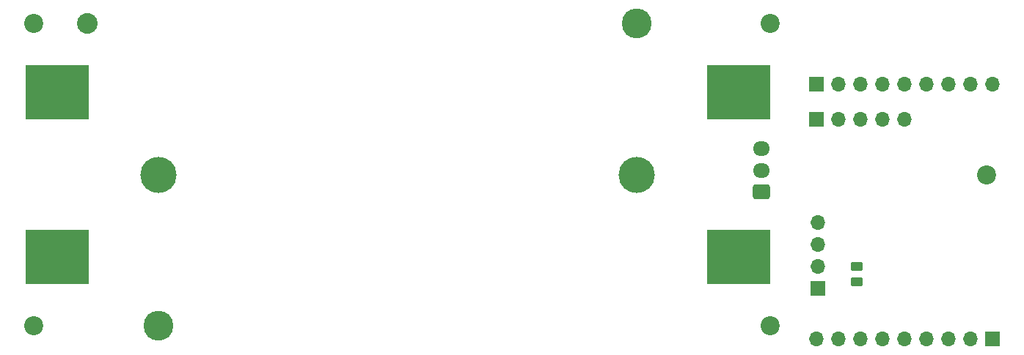
<source format=gbr>
%TF.GenerationSoftware,KiCad,Pcbnew,7.0.7*%
%TF.CreationDate,2024-02-15T18:40:13-05:00*%
%TF.ProjectId,LVPD-board,4c565044-2d62-46f6-9172-642e6b696361,rev?*%
%TF.SameCoordinates,Original*%
%TF.FileFunction,Soldermask,Top*%
%TF.FilePolarity,Negative*%
%FSLAX46Y46*%
G04 Gerber Fmt 4.6, Leading zero omitted, Abs format (unit mm)*
G04 Created by KiCad (PCBNEW 7.0.7) date 2024-02-15 18:40:13*
%MOMM*%
%LPD*%
G01*
G04 APERTURE LIST*
G04 Aperture macros list*
%AMRoundRect*
0 Rectangle with rounded corners*
0 $1 Rounding radius*
0 $2 $3 $4 $5 $6 $7 $8 $9 X,Y pos of 4 corners*
0 Add a 4 corners polygon primitive as box body*
4,1,4,$2,$3,$4,$5,$6,$7,$8,$9,$2,$3,0*
0 Add four circle primitives for the rounded corners*
1,1,$1+$1,$2,$3*
1,1,$1+$1,$4,$5*
1,1,$1+$1,$6,$7*
1,1,$1+$1,$8,$9*
0 Add four rect primitives between the rounded corners*
20,1,$1+$1,$2,$3,$4,$5,0*
20,1,$1+$1,$4,$5,$6,$7,0*
20,1,$1+$1,$6,$7,$8,$9,0*
20,1,$1+$1,$8,$9,$2,$3,0*%
G04 Aperture macros list end*
%ADD10C,2.200000*%
%ADD11R,1.700000X1.700000*%
%ADD12O,1.700000X1.700000*%
%ADD13RoundRect,0.250000X0.725000X-0.600000X0.725000X0.600000X-0.725000X0.600000X-0.725000X-0.600000X0*%
%ADD14O,1.950000X1.700000*%
%ADD15RoundRect,0.250000X-0.450000X0.262500X-0.450000X-0.262500X0.450000X-0.262500X0.450000X0.262500X0*%
%ADD16C,4.170000*%
%ADD17C,3.450000*%
%ADD18C,2.390000*%
%ADD19R,7.340000X6.350000*%
G04 APERTURE END LIST*
D10*
%TO.C,H2*%
X108000000Y-110000000D03*
%TD*%
%TO.C,H5*%
X218000000Y-92500000D03*
%TD*%
%TO.C,H1*%
X108000000Y-75000000D03*
%TD*%
D11*
%TO.C,J4*%
X198340000Y-82000000D03*
D12*
X200880000Y-82000000D03*
X203420000Y-82000000D03*
X205960000Y-82000000D03*
X208500000Y-82000000D03*
X211040000Y-82000000D03*
X213580000Y-82000000D03*
X216120000Y-82000000D03*
X218660000Y-82000000D03*
%TD*%
D10*
%TO.C,H4*%
X193000000Y-110000000D03*
%TD*%
D11*
%TO.C,J1*%
X198500000Y-105620000D03*
D12*
X198500000Y-103080000D03*
X198500000Y-100540000D03*
X198500000Y-98000000D03*
%TD*%
D13*
%TO.C,J2*%
X192000000Y-94500000D03*
D14*
X192000000Y-92000000D03*
X192000000Y-89500000D03*
%TD*%
D11*
%TO.C,J5*%
X218650000Y-111525000D03*
D12*
X216110000Y-111525000D03*
X213570000Y-111525000D03*
X211030000Y-111525000D03*
X208490000Y-111525000D03*
X205950000Y-111525000D03*
X203410000Y-111525000D03*
X200870000Y-111525000D03*
X198330000Y-111525000D03*
%TD*%
D15*
%TO.C,R1*%
X203000000Y-103087500D03*
X203000000Y-104912500D03*
%TD*%
D10*
%TO.C,H3*%
X193000000Y-75000000D03*
%TD*%
D16*
%TO.C,BAT1*%
X177600000Y-92495000D03*
D17*
X177600000Y-74990000D03*
X122400000Y-110000000D03*
D16*
X122400000Y-92495000D03*
D18*
X114180000Y-74990000D03*
D19*
X189330000Y-102050000D03*
X189330000Y-82940000D03*
X110670000Y-102050000D03*
X110670000Y-82940000D03*
%TD*%
D11*
%TO.C,J6*%
X198330000Y-86125000D03*
D12*
X200870000Y-86125000D03*
X203410000Y-86125000D03*
X205950000Y-86125000D03*
X208490000Y-86125000D03*
%TD*%
M02*

</source>
